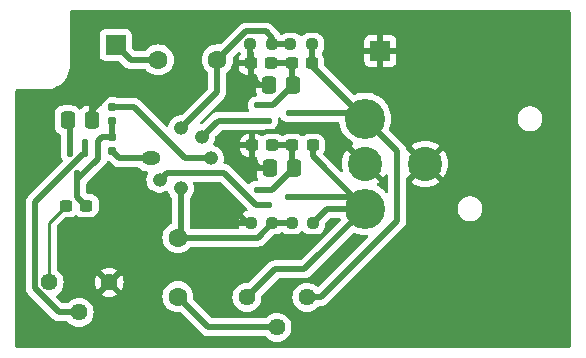
<source format=gbr>
%TF.GenerationSoftware,KiCad,Pcbnew,8.0.5*%
%TF.CreationDate,2024-10-12T09:39:10-04:00*%
%TF.ProjectId,preamp,70726561-6d70-42e6-9b69-6361645f7063,rev?*%
%TF.SameCoordinates,Original*%
%TF.FileFunction,Copper,L1,Top*%
%TF.FilePolarity,Positive*%
%FSLAX46Y46*%
G04 Gerber Fmt 4.6, Leading zero omitted, Abs format (unit mm)*
G04 Created by KiCad (PCBNEW 8.0.5) date 2024-10-12 09:39:10*
%MOMM*%
%LPD*%
G01*
G04 APERTURE LIST*
G04 Aperture macros list*
%AMRoundRect*
0 Rectangle with rounded corners*
0 $1 Rounding radius*
0 $2 $3 $4 $5 $6 $7 $8 $9 X,Y pos of 4 corners*
0 Add a 4 corners polygon primitive as box body*
4,1,4,$2,$3,$4,$5,$6,$7,$8,$9,$2,$3,0*
0 Add four circle primitives for the rounded corners*
1,1,$1+$1,$2,$3*
1,1,$1+$1,$4,$5*
1,1,$1+$1,$6,$7*
1,1,$1+$1,$8,$9*
0 Add four rect primitives between the rounded corners*
20,1,$1+$1,$2,$3,$4,$5,0*
20,1,$1+$1,$4,$5,$6,$7,0*
20,1,$1+$1,$6,$7,$8,$9,0*
20,1,$1+$1,$8,$9,$2,$3,0*%
G04 Aperture macros list end*
%TA.AperFunction,SMDPad,CuDef*%
%ADD10RoundRect,0.112500X-0.637500X0.112500X-0.637500X-0.112500X0.637500X-0.112500X0.637500X0.112500X0*%
%TD*%
%TA.AperFunction,SMDPad,CuDef*%
%ADD11RoundRect,0.237500X0.300000X0.237500X-0.300000X0.237500X-0.300000X-0.237500X0.300000X-0.237500X0*%
%TD*%
%TA.AperFunction,ComponentPad*%
%ADD12C,1.600000*%
%TD*%
%TA.AperFunction,SMDPad,CuDef*%
%ADD13RoundRect,0.160000X-0.160000X0.197500X-0.160000X-0.197500X0.160000X-0.197500X0.160000X0.197500X0*%
%TD*%
%TA.AperFunction,SMDPad,CuDef*%
%ADD14RoundRect,0.237500X0.250000X0.237500X-0.250000X0.237500X-0.250000X-0.237500X0.250000X-0.237500X0*%
%TD*%
%TA.AperFunction,ComponentPad*%
%ADD15C,3.400000*%
%TD*%
%TA.AperFunction,ComponentPad*%
%ADD16C,2.900000*%
%TD*%
%TA.AperFunction,ComponentPad*%
%ADD17R,1.700000X1.700000*%
%TD*%
%TA.AperFunction,ComponentPad*%
%ADD18C,1.440000*%
%TD*%
%TA.AperFunction,SMDPad,CuDef*%
%ADD19RoundRect,0.160000X0.160000X-0.197500X0.160000X0.197500X-0.160000X0.197500X-0.160000X-0.197500X0*%
%TD*%
%TA.AperFunction,SMDPad,CuDef*%
%ADD20RoundRect,0.250000X0.337500X0.475000X-0.337500X0.475000X-0.337500X-0.475000X0.337500X-0.475000X0*%
%TD*%
%TA.AperFunction,SMDPad,CuDef*%
%ADD21RoundRect,0.112500X0.112500X0.637500X-0.112500X0.637500X-0.112500X-0.637500X0.112500X-0.637500X0*%
%TD*%
%TA.AperFunction,ComponentPad*%
%ADD22O,1.600000X1.200000*%
%TD*%
%TA.AperFunction,ComponentPad*%
%ADD23O,1.200000X1.200000*%
%TD*%
%TA.AperFunction,SMDPad,CuDef*%
%ADD24RoundRect,0.250000X-0.337500X-0.475000X0.337500X-0.475000X0.337500X0.475000X-0.337500X0.475000X0*%
%TD*%
%TA.AperFunction,ViaPad*%
%ADD25C,0.800000*%
%TD*%
%TA.AperFunction,Conductor*%
%ADD26C,0.500000*%
%TD*%
%TA.AperFunction,Conductor*%
%ADD27C,0.250000*%
%TD*%
G04 APERTURE END LIST*
D10*
%TO.P,Q4,1,B*%
%TO.N,Net-(Q4-B)*%
X112070000Y-79450000D03*
%TO.P,Q4,2,E*%
%TO.N,Net-(Q2B-D2)*%
X112070000Y-80750000D03*
%TO.P,Q4,3,C*%
%TO.N,/out-*%
X114730000Y-80100000D03*
%TD*%
D11*
%TO.P,R2,1*%
%TO.N,/out+*%
X116262500Y-82850000D03*
%TO.P,R2,2*%
%TO.N,Net-(Q1-B)*%
X114537500Y-82850000D03*
%TD*%
D12*
%TO.P,C4,1*%
%TO.N,Net-(Q2B-G2)*%
X108200000Y-75600000D03*
%TO.P,C4,2*%
%TO.N,Net-(C4-Pad2)*%
X103200000Y-75600000D03*
%TD*%
D13*
%TO.P,R7,1*%
%TO.N,Net-(Q2B-S2)*%
X99250000Y-79605000D03*
%TO.P,R7,2*%
%TO.N,Net-(Q3-C)*%
X99250000Y-80800000D03*
%TD*%
D14*
%TO.P,R4,1*%
%TO.N,Net-(Q2A-G1)*%
X112862500Y-89400000D03*
%TO.P,R4,2*%
%TO.N,GND*%
X111037500Y-89400000D03*
%TD*%
D15*
%TO.P,J1,1*%
%TO.N,/out+*%
X120700000Y-88210000D03*
%TO.P,J1,2*%
%TO.N,/out-*%
X120700000Y-80590000D03*
D16*
%TO.P,J1,3*%
%TO.N,GND*%
X120700000Y-84400000D03*
%TO.P,J1,G*%
X125780000Y-84400000D03*
%TD*%
D17*
%TO.P,TP2,1,1*%
%TO.N,Net-(C4-Pad2)*%
X99600000Y-74350000D03*
%TD*%
D18*
%TO.P,RV2,1,1*%
%TO.N,/out+*%
X110700000Y-95700000D03*
%TO.P,RV2,2,2*%
%TO.N,Net-(C2-Pad1)*%
X113240000Y-98240000D03*
%TO.P,RV2,3,3*%
%TO.N,/out-*%
X115780000Y-95700000D03*
%TD*%
D10*
%TO.P,Q1,1,B*%
%TO.N,Net-(Q1-B)*%
X112020000Y-86600000D03*
%TO.P,Q1,2,E*%
%TO.N,Net-(Q1-E)*%
X112020000Y-87900000D03*
%TO.P,Q1,3,C*%
%TO.N,/out+*%
X114680000Y-87250000D03*
%TD*%
D19*
%TO.P,R5,1*%
%TO.N,Net-(Q2A-S1)*%
X99250000Y-83297500D03*
%TO.P,R5,2*%
%TO.N,Net-(Q3-C)*%
X99250000Y-82102500D03*
%TD*%
D20*
%TO.P,C5,1*%
%TO.N,Net-(Q4-B)*%
X114637500Y-77700000D03*
%TO.P,C5,2*%
%TO.N,GND*%
X112562500Y-77700000D03*
%TD*%
D12*
%TO.P,C2,1*%
%TO.N,Net-(C2-Pad1)*%
X104850000Y-95650000D03*
%TO.P,C2,2*%
%TO.N,Net-(Q2A-G1)*%
X104850000Y-90650000D03*
%TD*%
D20*
%TO.P,C1,1*%
%TO.N,Net-(Q1-B)*%
X114687500Y-84750000D03*
%TO.P,C1,2*%
%TO.N,GND*%
X112612500Y-84750000D03*
%TD*%
D21*
%TO.P,Q3,1,B*%
%TO.N,Net-(Q3-B)*%
X97000000Y-83070000D03*
%TO.P,Q3,2,E*%
%TO.N,Net-(Q3-E)*%
X95700000Y-83070000D03*
%TO.P,Q3,3,C*%
%TO.N,Net-(Q3-C)*%
X96350000Y-85730000D03*
%TD*%
D22*
%TO.P,Q2,1,S1*%
%TO.N,Net-(Q2A-S1)*%
X102560000Y-83950000D03*
D23*
%TO.P,Q2,2,D1*%
%TO.N,Net-(Q1-E)*%
X103303949Y-85746051D03*
%TO.P,Q2,3,G1*%
%TO.N,Net-(Q2A-G1)*%
X105100000Y-86490000D03*
%TO.P,Q2,4,S2*%
%TO.N,Net-(Q2B-S2)*%
X107640000Y-83950000D03*
%TO.P,Q2,5,D2*%
%TO.N,Net-(Q2B-D2)*%
X106896051Y-82153949D03*
%TO.P,Q2,6,G2*%
%TO.N,Net-(Q2B-G2)*%
X105100000Y-81410000D03*
%TD*%
D11*
%TO.P,R6,1*%
%TO.N,Net-(Q3-C)*%
X97112500Y-87950000D03*
%TO.P,R6,2*%
%TO.N,Net-(R6-Pad2)*%
X95387500Y-87950000D03*
%TD*%
%TO.P,R11,1*%
%TO.N,/out-*%
X116200000Y-75900000D03*
%TO.P,R11,2*%
%TO.N,Net-(Q4-B)*%
X114475000Y-75900000D03*
%TD*%
D14*
%TO.P,R3,1*%
%TO.N,/out+*%
X116312500Y-89400000D03*
%TO.P,R3,2*%
%TO.N,Net-(Q2A-G1)*%
X114487500Y-89400000D03*
%TD*%
%TO.P,R10,1*%
%TO.N,Net-(Q2B-G2)*%
X112812500Y-74300000D03*
%TO.P,R10,2*%
%TO.N,GND*%
X110987500Y-74300000D03*
%TD*%
D17*
%TO.P,TP1,1,1*%
%TO.N,GND*%
X122000000Y-74850000D03*
%TD*%
D11*
%TO.P,R1,1*%
%TO.N,Net-(Q1-B)*%
X112862500Y-82850000D03*
%TO.P,R1,2*%
%TO.N,GND*%
X111137500Y-82850000D03*
%TD*%
D14*
%TO.P,R9,1*%
%TO.N,/out-*%
X116212500Y-74300000D03*
%TO.P,R9,2*%
%TO.N,Net-(Q2B-G2)*%
X114387500Y-74300000D03*
%TD*%
D11*
%TO.P,R12,1*%
%TO.N,Net-(Q4-B)*%
X112762500Y-75900000D03*
%TO.P,R12,2*%
%TO.N,GND*%
X111037500Y-75900000D03*
%TD*%
D18*
%TO.P,RV1,1,1*%
%TO.N,Net-(R6-Pad2)*%
X93950000Y-94450000D03*
%TO.P,RV1,2,2*%
%TO.N,Net-(Q3-B)*%
X96490000Y-96990000D03*
%TO.P,RV1,3,3*%
%TO.N,GND*%
X99030000Y-94450000D03*
%TD*%
D24*
%TO.P,R8,1*%
%TO.N,Net-(Q3-E)*%
X95512500Y-80700000D03*
%TO.P,R8,2*%
%TO.N,GND*%
X97587500Y-80700000D03*
%TD*%
D25*
%TO.N,GND*%
X111200000Y-77150000D03*
X99350000Y-78100000D03*
X111200000Y-84200000D03*
X109623922Y-88273922D03*
%TD*%
D26*
%TO.N,Net-(Q1-B)*%
X112837500Y-86600000D02*
X112020000Y-86600000D01*
X112862500Y-82850000D02*
X114537500Y-82850000D01*
X114687500Y-84750000D02*
X112837500Y-86600000D01*
X114537500Y-84600000D02*
X114687500Y-84750000D01*
X114537500Y-82850000D02*
X114537500Y-84600000D01*
%TO.N,Net-(Q2A-G1)*%
X111612500Y-90650000D02*
X112862500Y-89400000D01*
X105100000Y-86490000D02*
X105100000Y-90400000D01*
X105100000Y-90400000D02*
X104850000Y-90650000D01*
X104850000Y-90650000D02*
X111612500Y-90650000D01*
X112862500Y-89400000D02*
X114487500Y-89400000D01*
%TO.N,Net-(C2-Pad1)*%
X107440000Y-98240000D02*
X104850000Y-95650000D01*
X113240000Y-98240000D02*
X107440000Y-98240000D01*
%TO.N,GND*%
X110750000Y-89400000D02*
X109623922Y-88273922D01*
D27*
X112862500Y-84500000D02*
X112612500Y-84750000D01*
D26*
X110987500Y-74300000D02*
X110987500Y-75850000D01*
X111037500Y-89400000D02*
X110750000Y-89400000D01*
X111137500Y-82850000D02*
X111137500Y-84137500D01*
X112612500Y-84750000D02*
X111750000Y-84750000D01*
X111037500Y-76987500D02*
X111200000Y-77150000D01*
X110987500Y-75850000D02*
X111037500Y-75900000D01*
X112562500Y-77700000D02*
X111750000Y-77700000D01*
X111750000Y-77700000D02*
X111200000Y-77150000D01*
X97587500Y-79862500D02*
X99350000Y-78100000D01*
X111137500Y-84137500D02*
X111200000Y-84200000D01*
X111750000Y-84750000D02*
X111200000Y-84200000D01*
X97587500Y-80700000D02*
X97587500Y-79862500D01*
X111037500Y-75900000D02*
X111037500Y-76987500D01*
%TO.N,Net-(Q3-B)*%
X96805000Y-83595000D02*
X92725000Y-87675000D01*
X94790000Y-96990000D02*
X96490000Y-96990000D01*
X97000000Y-83595000D02*
X96805000Y-83595000D01*
X97000000Y-83070000D02*
X97000000Y-83595000D01*
X92725000Y-87675000D02*
X92725000Y-94925000D01*
X92725000Y-94925000D02*
X94790000Y-96990000D01*
%TO.N,Net-(Q2B-G2)*%
X108200000Y-75600000D02*
X110600000Y-73200000D01*
X114387500Y-74300000D02*
X112812500Y-74300000D01*
X108200000Y-78310000D02*
X105100000Y-81410000D01*
X110600000Y-73200000D02*
X112300000Y-73200000D01*
X108200000Y-75600000D02*
X108200000Y-78310000D01*
X112812500Y-73712500D02*
X112812500Y-74300000D01*
X112300000Y-73200000D02*
X112812500Y-73712500D01*
%TO.N,Net-(C4-Pad2)*%
X103200000Y-75600000D02*
X100850000Y-75600000D01*
X100850000Y-75600000D02*
X99600000Y-74350000D01*
%TO.N,Net-(Q4-B)*%
X114475000Y-75900000D02*
X114475000Y-77537500D01*
X112762500Y-75900000D02*
X114475000Y-75900000D01*
X112887500Y-79450000D02*
X112070000Y-79450000D01*
X114475000Y-77537500D02*
X114637500Y-77700000D01*
X114637500Y-77700000D02*
X112887500Y-79450000D01*
%TO.N,/out+*%
X113050000Y-93350000D02*
X110700000Y-95700000D01*
X117502500Y-88210000D02*
X116312500Y-89400000D01*
X120700000Y-88210000D02*
X117502500Y-88210000D01*
X120700000Y-88210000D02*
X115560000Y-93350000D01*
X115560000Y-93350000D02*
X113050000Y-93350000D01*
X119740000Y-87250000D02*
X120700000Y-88210000D01*
X120700000Y-88210000D02*
X116262500Y-83772500D01*
X116262500Y-83772500D02*
X116262500Y-82850000D01*
X114680000Y-87250000D02*
X119740000Y-87250000D01*
%TO.N,/out-*%
X123400000Y-83290000D02*
X120700000Y-80590000D01*
X116200000Y-76090000D02*
X116200000Y-75900000D01*
X116212500Y-76102500D02*
X116212500Y-74300000D01*
X120700000Y-80590000D02*
X116200000Y-76090000D01*
X120210000Y-80100000D02*
X120700000Y-80590000D01*
X123400000Y-89243526D02*
X123400000Y-83290000D01*
X115780000Y-95700000D02*
X116943526Y-95700000D01*
X114730000Y-80100000D02*
X120210000Y-80100000D01*
X120700000Y-80590000D02*
X116212500Y-76102500D01*
X116943526Y-95700000D02*
X123400000Y-89243526D01*
%TO.N,Net-(Q1-E)*%
X103303949Y-85746051D02*
X103903949Y-85146051D01*
D27*
X111495000Y-87900000D02*
X111047500Y-87452500D01*
D26*
X112020000Y-87900000D02*
X111495000Y-87900000D01*
X103903949Y-85146051D02*
X108741051Y-85146051D01*
X108741051Y-85146051D02*
X110747500Y-87152500D01*
X111495000Y-87900000D02*
X110747500Y-87152500D01*
X110747500Y-87152500D02*
X111047500Y-87452500D01*
%TO.N,Net-(Q2B-S2)*%
X107640000Y-83950000D02*
X105450000Y-83950000D01*
X105450000Y-83950000D02*
X101105000Y-79605000D01*
X101105000Y-79605000D02*
X99250000Y-79605000D01*
%TO.N,Net-(Q2B-D2)*%
X106896051Y-82153949D02*
X107825000Y-81225000D01*
D27*
X108300000Y-80750000D02*
X108200000Y-80850000D01*
D26*
X107825000Y-81225000D02*
X108200000Y-80850000D01*
X108300000Y-80750000D02*
X107825000Y-81225000D01*
X112070000Y-80750000D02*
X108300000Y-80750000D01*
%TO.N,Net-(Q2A-S1)*%
X99250000Y-83297500D02*
X99902500Y-83950000D01*
X99902500Y-83950000D02*
X102560000Y-83950000D01*
%TO.N,Net-(Q3-E)*%
X95700000Y-80887500D02*
X95512500Y-80700000D01*
X95700000Y-83070000D02*
X95700000Y-80887500D01*
%TO.N,Net-(Q3-C)*%
X96350000Y-85730000D02*
X96350000Y-87187500D01*
X96350000Y-85730000D02*
X98100000Y-83980000D01*
X97112500Y-87950000D02*
X96350000Y-87187500D01*
X99250000Y-82102500D02*
X98447500Y-82102500D01*
X99250000Y-80800000D02*
X99250000Y-82102500D01*
X98100000Y-82450000D02*
X98447500Y-82102500D01*
X98100000Y-83980000D02*
X98100000Y-82450000D01*
D27*
%TO.N,Net-(R6-Pad2)*%
X93950000Y-89387500D02*
X93950000Y-94450000D01*
X95387500Y-87950000D02*
X93950000Y-89387500D01*
%TD*%
%TA.AperFunction,Conductor*%
%TO.N,GND*%
G36*
X108442547Y-85924236D02*
G01*
X108463189Y-85940870D01*
X110743431Y-88221112D01*
X110776916Y-88282435D01*
X110771932Y-88352127D01*
X110730060Y-88408060D01*
X110668354Y-88432151D01*
X110637347Y-88435319D01*
X110473699Y-88489546D01*
X110473688Y-88489551D01*
X110326965Y-88580052D01*
X110326961Y-88580055D01*
X110205055Y-88701961D01*
X110205052Y-88701965D01*
X110114551Y-88848688D01*
X110114546Y-88848699D01*
X110060319Y-89012347D01*
X110050000Y-89113345D01*
X110050000Y-89150000D01*
X111163500Y-89150000D01*
X111230539Y-89169685D01*
X111276294Y-89222489D01*
X111287500Y-89274000D01*
X111287500Y-89526000D01*
X111267815Y-89593039D01*
X111215011Y-89638794D01*
X111163500Y-89650000D01*
X110050001Y-89650000D01*
X110050001Y-89686656D01*
X110056973Y-89754899D01*
X110044203Y-89823591D01*
X109996322Y-89874476D01*
X109933615Y-89891500D01*
X105982500Y-89891500D01*
X105915461Y-89871815D01*
X105869706Y-89819011D01*
X105858500Y-89767500D01*
X105858500Y-87353268D01*
X105878185Y-87286229D01*
X105898960Y-87261633D01*
X105922701Y-87239991D01*
X106046503Y-87076050D01*
X106138074Y-86892152D01*
X106194294Y-86694559D01*
X106213249Y-86490000D01*
X106194294Y-86285441D01*
X106138074Y-86087848D01*
X106136069Y-86083822D01*
X106123807Y-86015041D01*
X106150679Y-85950545D01*
X106208153Y-85910816D01*
X106247069Y-85904551D01*
X108375508Y-85904551D01*
X108442547Y-85924236D01*
G37*
%TD.AperFunction*%
%TA.AperFunction,Conductor*%
G36*
X122244396Y-85590843D02*
G01*
X122244396Y-85590842D01*
X122344637Y-85456940D01*
X122408668Y-85339676D01*
X122458073Y-85290270D01*
X122526346Y-85275418D01*
X122591810Y-85299835D01*
X122633682Y-85355768D01*
X122641500Y-85399102D01*
X122641500Y-86744862D01*
X122621815Y-86811901D01*
X122569011Y-86857656D01*
X122499853Y-86867600D01*
X122436297Y-86838575D01*
X122424273Y-86826622D01*
X122264996Y-86645004D01*
X122118466Y-86516500D01*
X122047335Y-86454119D01*
X122047331Y-86454116D01*
X122047329Y-86454114D01*
X121806621Y-86293279D01*
X121755404Y-86268022D01*
X121703985Y-86220717D01*
X121686303Y-86153122D01*
X121707973Y-86086697D01*
X121750824Y-86047976D01*
X121756945Y-86044633D01*
X121890842Y-85944396D01*
X121890843Y-85944396D01*
X120911059Y-84964612D01*
X120931591Y-84959111D01*
X121068408Y-84880119D01*
X121180119Y-84768408D01*
X121259111Y-84631591D01*
X121264612Y-84611059D01*
X122244396Y-85590843D01*
G37*
%TD.AperFunction*%
%TA.AperFunction,Conductor*%
G36*
X113533703Y-80500141D02*
G01*
X113559230Y-80530731D01*
X113584195Y-80572943D01*
X113597912Y-80596138D01*
X113597918Y-80596146D01*
X113708853Y-80707081D01*
X113708857Y-80707084D01*
X113708859Y-80707086D01*
X113843911Y-80786956D01*
X113883644Y-80798499D01*
X113994577Y-80830729D01*
X113994580Y-80830729D01*
X113994582Y-80830730D01*
X114029780Y-80833500D01*
X114517401Y-80833500D01*
X114541591Y-80835882D01*
X114563526Y-80840246D01*
X114655291Y-80858500D01*
X114655294Y-80858500D01*
X118399877Y-80858500D01*
X118466916Y-80878185D01*
X118512671Y-80930989D01*
X118521494Y-80958309D01*
X118553434Y-81118886D01*
X118562174Y-81162822D01*
X118562177Y-81162836D01*
X118655232Y-81436965D01*
X118655241Y-81436986D01*
X118783279Y-81696621D01*
X118944114Y-81937329D01*
X118944116Y-81937331D01*
X118944119Y-81937335D01*
X119135004Y-82154996D01*
X119352665Y-82345881D01*
X119352668Y-82345883D01*
X119352670Y-82345885D01*
X119593375Y-82506718D01*
X119593376Y-82506718D01*
X119593380Y-82506721D01*
X119644596Y-82531977D01*
X119696014Y-82579281D01*
X119713696Y-82646877D01*
X119692027Y-82713301D01*
X119649188Y-82752016D01*
X119643062Y-82755361D01*
X119643054Y-82755366D01*
X119509156Y-82855601D01*
X119509155Y-82855602D01*
X120488940Y-83835387D01*
X120468409Y-83840889D01*
X120331592Y-83919881D01*
X120219881Y-84031592D01*
X120140889Y-84168409D01*
X120135387Y-84188940D01*
X119155602Y-83209155D01*
X119155601Y-83209156D01*
X119055366Y-83343054D01*
X119055361Y-83343061D01*
X118921689Y-83587865D01*
X118824207Y-83849225D01*
X118764919Y-84121769D01*
X118764918Y-84121776D01*
X118745019Y-84399998D01*
X118745019Y-84400001D01*
X118764918Y-84678223D01*
X118764919Y-84678230D01*
X118820833Y-84935266D01*
X118815849Y-85004958D01*
X118773977Y-85060891D01*
X118708513Y-85085308D01*
X118640240Y-85070456D01*
X118611986Y-85049305D01*
X117207394Y-83644713D01*
X117173909Y-83583390D01*
X117178893Y-83513698D01*
X117189534Y-83491939D01*
X117243209Y-83404920D01*
X117298062Y-83239381D01*
X117308500Y-83137213D01*
X117308499Y-82562788D01*
X117298062Y-82460619D01*
X117243209Y-82295080D01*
X117243205Y-82295074D01*
X117243204Y-82295071D01*
X117151660Y-82146657D01*
X117151657Y-82146653D01*
X117028346Y-82023342D01*
X117028342Y-82023339D01*
X116879928Y-81931795D01*
X116879922Y-81931792D01*
X116879920Y-81931791D01*
X116773972Y-81896684D01*
X116714382Y-81876938D01*
X116612214Y-81866500D01*
X115912794Y-81866500D01*
X115912778Y-81866501D01*
X115810617Y-81876938D01*
X115645082Y-81931790D01*
X115645071Y-81931795D01*
X115496657Y-82023339D01*
X115496653Y-82023342D01*
X115487681Y-82032315D01*
X115426358Y-82065800D01*
X115356666Y-82060816D01*
X115312319Y-82032315D01*
X115303346Y-82023342D01*
X115303342Y-82023339D01*
X115154928Y-81931795D01*
X115154922Y-81931792D01*
X115154920Y-81931791D01*
X115048972Y-81896684D01*
X114989382Y-81876938D01*
X114887214Y-81866500D01*
X114187794Y-81866500D01*
X114187778Y-81866501D01*
X114085617Y-81876938D01*
X113920082Y-81931790D01*
X113920071Y-81931795D01*
X113765507Y-82027133D01*
X113763857Y-82024458D01*
X113712079Y-82045329D01*
X113643441Y-82032269D01*
X113634764Y-82026692D01*
X113634493Y-82027133D01*
X113479928Y-81931795D01*
X113479922Y-81931792D01*
X113479920Y-81931791D01*
X113373972Y-81896684D01*
X113314382Y-81876938D01*
X113212214Y-81866500D01*
X112512794Y-81866500D01*
X112512778Y-81866501D01*
X112410617Y-81876938D01*
X112245082Y-81931790D01*
X112245071Y-81931795D01*
X112096657Y-82023339D01*
X112096652Y-82023343D01*
X112081668Y-82038327D01*
X112020344Y-82071811D01*
X111950653Y-82066825D01*
X111906308Y-82038325D01*
X111898038Y-82030055D01*
X111898034Y-82030052D01*
X111751311Y-81939551D01*
X111751300Y-81939546D01*
X111587652Y-81885319D01*
X111486654Y-81875000D01*
X111387500Y-81875000D01*
X111387500Y-83824999D01*
X111462291Y-83824999D01*
X111529330Y-83844684D01*
X111575085Y-83897488D01*
X111585029Y-83966646D01*
X111579997Y-83988003D01*
X111535494Y-84122302D01*
X111535493Y-84122309D01*
X111525000Y-84225013D01*
X111525000Y-84500000D01*
X112738500Y-84500000D01*
X112805539Y-84519685D01*
X112851294Y-84572489D01*
X112862500Y-84624000D01*
X112862500Y-84876000D01*
X112842815Y-84943039D01*
X112790011Y-84988794D01*
X112738500Y-85000000D01*
X111525001Y-85000000D01*
X111525001Y-85274986D01*
X111535494Y-85377697D01*
X111590641Y-85544119D01*
X111590643Y-85544124D01*
X111672851Y-85677403D01*
X111691291Y-85744796D01*
X111670368Y-85811459D01*
X111616727Y-85856229D01*
X111567312Y-85866500D01*
X111319772Y-85866500D01*
X111284583Y-85869269D01*
X111284577Y-85869270D01*
X111133915Y-85913042D01*
X111133912Y-85913043D01*
X110998862Y-85992911D01*
X110998857Y-85992915D01*
X110917407Y-86074365D01*
X110856083Y-86107849D01*
X110786392Y-86102865D01*
X110742045Y-86074364D01*
X109224569Y-84556887D01*
X109224568Y-84556886D01*
X109139431Y-84500000D01*
X109100335Y-84473877D01*
X108962298Y-84416700D01*
X108962290Y-84416698D01*
X108831663Y-84390715D01*
X108831661Y-84390714D01*
X108815757Y-84387551D01*
X108809780Y-84386362D01*
X108810229Y-84384103D01*
X108754942Y-84361755D01*
X108714605Y-84304705D01*
X108711515Y-84234903D01*
X108712630Y-84230698D01*
X108734294Y-84154559D01*
X108753249Y-83950000D01*
X108743138Y-83840889D01*
X108734294Y-83745441D01*
X108734293Y-83745439D01*
X108716012Y-83681189D01*
X108678074Y-83547848D01*
X108678069Y-83547837D01*
X108586506Y-83363955D01*
X108586501Y-83363947D01*
X108462699Y-83200006D01*
X108393204Y-83136654D01*
X110100001Y-83136654D01*
X110110319Y-83237652D01*
X110164546Y-83401300D01*
X110164551Y-83401311D01*
X110255052Y-83548034D01*
X110255055Y-83548038D01*
X110376961Y-83669944D01*
X110376965Y-83669947D01*
X110523688Y-83760448D01*
X110523699Y-83760453D01*
X110687347Y-83814680D01*
X110788351Y-83824999D01*
X110887500Y-83824998D01*
X110887500Y-83100000D01*
X110100001Y-83100000D01*
X110100001Y-83136654D01*
X108393204Y-83136654D01*
X108310883Y-83061609D01*
X108310882Y-83061608D01*
X108136218Y-82953460D01*
X107944655Y-82879249D01*
X107944653Y-82879248D01*
X107944649Y-82879247D01*
X107939148Y-82877682D01*
X107939818Y-82875325D01*
X107886926Y-82848422D01*
X107851662Y-82788104D01*
X107854607Y-82718296D01*
X107861006Y-82702942D01*
X107861272Y-82702409D01*
X107930518Y-82563345D01*
X110100000Y-82563345D01*
X110100000Y-82600000D01*
X110887500Y-82600000D01*
X110887500Y-81874999D01*
X110788360Y-81875000D01*
X110788344Y-81875001D01*
X110687347Y-81885319D01*
X110523699Y-81939546D01*
X110523688Y-81939551D01*
X110376965Y-82030052D01*
X110376961Y-82030055D01*
X110255055Y-82151961D01*
X110255052Y-82151965D01*
X110164551Y-82298688D01*
X110164546Y-82298699D01*
X110110319Y-82462347D01*
X110100000Y-82563345D01*
X107930518Y-82563345D01*
X107934125Y-82556101D01*
X107990345Y-82358508D01*
X108009300Y-82153949D01*
X108009299Y-82153947D01*
X108009312Y-82153817D01*
X108035098Y-82088880D01*
X108045093Y-82077586D01*
X108414165Y-81708516D01*
X108414166Y-81708515D01*
X108577862Y-81544819D01*
X108639185Y-81511334D01*
X108665543Y-81508500D01*
X112144708Y-81508500D01*
X112220716Y-81493380D01*
X112258408Y-81485882D01*
X112282599Y-81483500D01*
X112770212Y-81483500D01*
X112770220Y-81483500D01*
X112805418Y-81480730D01*
X112805420Y-81480729D01*
X112805422Y-81480729D01*
X112902314Y-81452579D01*
X112956089Y-81436956D01*
X113091141Y-81357086D01*
X113202086Y-81246141D01*
X113281956Y-81111089D01*
X113325730Y-80960418D01*
X113328500Y-80925220D01*
X113328500Y-80593854D01*
X113348185Y-80526815D01*
X113400989Y-80481060D01*
X113470147Y-80471116D01*
X113533703Y-80500141D01*
G37*
%TD.AperFunction*%
%TA.AperFunction,Conductor*%
G36*
X111180539Y-74069685D02*
G01*
X111226294Y-74122489D01*
X111237500Y-74174000D01*
X111237500Y-74882000D01*
X111251181Y-74895681D01*
X111284666Y-74957004D01*
X111287500Y-74983362D01*
X111287500Y-76874999D01*
X111379155Y-76874999D01*
X111446194Y-76894684D01*
X111491949Y-76947488D01*
X111501893Y-77016646D01*
X111496861Y-77038004D01*
X111485494Y-77072305D01*
X111485493Y-77072309D01*
X111475000Y-77175013D01*
X111475000Y-77450000D01*
X112688500Y-77450000D01*
X112755539Y-77469685D01*
X112801294Y-77522489D01*
X112812500Y-77574000D01*
X112812500Y-77826000D01*
X112792815Y-77893039D01*
X112740011Y-77938794D01*
X112688500Y-77950000D01*
X111475001Y-77950000D01*
X111475001Y-78224986D01*
X111485494Y-78327697D01*
X111540641Y-78494119D01*
X111540645Y-78494128D01*
X111561170Y-78527404D01*
X111579610Y-78594796D01*
X111558687Y-78661460D01*
X111505045Y-78706229D01*
X111455631Y-78716500D01*
X111369772Y-78716500D01*
X111334583Y-78719269D01*
X111334577Y-78719270D01*
X111183915Y-78763042D01*
X111183912Y-78763043D01*
X111048862Y-78842911D01*
X111048853Y-78842918D01*
X110937918Y-78953853D01*
X110937911Y-78953862D01*
X110858043Y-79088912D01*
X110858042Y-79088915D01*
X110814270Y-79239577D01*
X110814269Y-79239583D01*
X110811500Y-79274772D01*
X110811500Y-79625227D01*
X110814269Y-79660416D01*
X110814270Y-79660422D01*
X110858042Y-79811084D01*
X110861141Y-79818245D01*
X110857833Y-79819676D01*
X110871285Y-79871316D01*
X110849547Y-79937718D01*
X110795360Y-79981826D01*
X110747344Y-79991500D01*
X108225290Y-79991500D01*
X108152024Y-80006074D01*
X108078759Y-80020646D01*
X108078754Y-80020648D01*
X108034052Y-80039165D01*
X107940718Y-80077824D01*
X107940709Y-80077829D01*
X107865887Y-80127825D01*
X107816481Y-80160836D01*
X107816478Y-80160839D01*
X107341484Y-80635835D01*
X106968189Y-81009130D01*
X106906866Y-81042615D01*
X106880508Y-81045449D01*
X106836593Y-81045449D01*
X106769554Y-81025764D01*
X106723799Y-80972960D01*
X106713855Y-80903802D01*
X106742880Y-80840246D01*
X106748912Y-80833768D01*
X107636540Y-79946141D01*
X108789166Y-78793515D01*
X108872174Y-78669285D01*
X108929351Y-78531247D01*
X108958500Y-78384705D01*
X108958500Y-78235295D01*
X108958500Y-76730825D01*
X108978185Y-76663786D01*
X109011375Y-76629251D01*
X109044300Y-76606198D01*
X109206198Y-76444300D01*
X109337523Y-76256749D01*
X109370209Y-76186654D01*
X110000001Y-76186654D01*
X110010319Y-76287652D01*
X110064546Y-76451300D01*
X110064551Y-76451311D01*
X110155052Y-76598034D01*
X110155055Y-76598038D01*
X110276961Y-76719944D01*
X110276965Y-76719947D01*
X110423688Y-76810448D01*
X110423699Y-76810453D01*
X110587347Y-76864680D01*
X110688351Y-76874999D01*
X110787500Y-76874998D01*
X110787500Y-76150000D01*
X110000001Y-76150000D01*
X110000001Y-76186654D01*
X109370209Y-76186654D01*
X109434284Y-76049243D01*
X109493543Y-75828087D01*
X109510647Y-75632583D01*
X109513498Y-75600001D01*
X109513498Y-75599999D01*
X109500042Y-75446204D01*
X109499163Y-75436156D01*
X109512929Y-75367658D01*
X109535007Y-75337672D01*
X109937191Y-74935489D01*
X109998509Y-74902007D01*
X110068200Y-74906991D01*
X110124134Y-74948862D01*
X110130405Y-74958075D01*
X110155054Y-74998037D01*
X110169336Y-75012319D01*
X110202821Y-75073642D01*
X110197837Y-75143334D01*
X110169336Y-75187681D01*
X110155055Y-75201961D01*
X110155052Y-75201965D01*
X110064551Y-75348688D01*
X110064546Y-75348699D01*
X110010319Y-75512347D01*
X110000000Y-75613345D01*
X110000000Y-75650000D01*
X110787500Y-75650000D01*
X110787500Y-75318000D01*
X110773819Y-75304319D01*
X110740334Y-75242996D01*
X110737500Y-75216638D01*
X110737500Y-74186543D01*
X110757185Y-74119504D01*
X110773818Y-74098862D01*
X110786366Y-74086315D01*
X110847691Y-74052833D01*
X110874044Y-74050000D01*
X111113500Y-74050000D01*
X111180539Y-74069685D01*
G37*
%TD.AperFunction*%
%TA.AperFunction,Conductor*%
G36*
X138043039Y-71419685D02*
G01*
X138088794Y-71472489D01*
X138100000Y-71524000D01*
X138100000Y-99876000D01*
X138080315Y-99943039D01*
X138027511Y-99988794D01*
X137976000Y-100000000D01*
X91224000Y-100000000D01*
X91156961Y-99980315D01*
X91111206Y-99927511D01*
X91100000Y-99876000D01*
X91100000Y-87600290D01*
X91966500Y-87600290D01*
X91966500Y-94999705D01*
X91972354Y-95029133D01*
X91972354Y-95029136D01*
X91995647Y-95146239D01*
X91995649Y-95146247D01*
X92052825Y-95284282D01*
X92135835Y-95408517D01*
X94306482Y-97579164D01*
X94306485Y-97579166D01*
X94430716Y-97662174D01*
X94568753Y-97719351D01*
X94594106Y-97724393D01*
X94641970Y-97733915D01*
X94641997Y-97733919D01*
X94642024Y-97733925D01*
X94715294Y-97748500D01*
X94715295Y-97748500D01*
X94864705Y-97748500D01*
X95459776Y-97748500D01*
X95526815Y-97768185D01*
X95547452Y-97784814D01*
X95697318Y-97934680D01*
X95697320Y-97934682D01*
X95873398Y-98057973D01*
X95873400Y-98057974D01*
X95873403Y-98057976D01*
X96068223Y-98148822D01*
X96275858Y-98204458D01*
X96428816Y-98217840D01*
X96489998Y-98223193D01*
X96490000Y-98223193D01*
X96490002Y-98223193D01*
X96543535Y-98218509D01*
X96704142Y-98204458D01*
X96911777Y-98148822D01*
X97106597Y-98057976D01*
X97282681Y-97934681D01*
X97434681Y-97782681D01*
X97557976Y-97606597D01*
X97648822Y-97411777D01*
X97704458Y-97204142D01*
X97723193Y-96990000D01*
X97722756Y-96985010D01*
X97711716Y-96858820D01*
X97704458Y-96775858D01*
X97648822Y-96568223D01*
X97557976Y-96373404D01*
X97434681Y-96197319D01*
X97434679Y-96197316D01*
X97282682Y-96045319D01*
X97106601Y-95922026D01*
X97106597Y-95922024D01*
X97085806Y-95912329D01*
X96911777Y-95831178D01*
X96911774Y-95831177D01*
X96911772Y-95831176D01*
X96704144Y-95775542D01*
X96704136Y-95775541D01*
X96490002Y-95756807D01*
X96489998Y-95756807D01*
X96275863Y-95775541D01*
X96275855Y-95775542D01*
X96068227Y-95831176D01*
X96068221Y-95831179D01*
X95873405Y-95922023D01*
X95873403Y-95922024D01*
X95697320Y-96045317D01*
X95643400Y-96099238D01*
X95547455Y-96195182D01*
X95486134Y-96228666D01*
X95459776Y-96231500D01*
X95155543Y-96231500D01*
X95088504Y-96211815D01*
X95067862Y-96195181D01*
X94567609Y-95694928D01*
X94534124Y-95633605D01*
X94539108Y-95563913D01*
X94580980Y-95507980D01*
X94584109Y-95505713D01*
X94742681Y-95394681D01*
X94894681Y-95242681D01*
X95017976Y-95066597D01*
X95108822Y-94871777D01*
X95164458Y-94664142D01*
X95183193Y-94450000D01*
X95183193Y-94449997D01*
X97805340Y-94449997D01*
X97805340Y-94450002D01*
X97823944Y-94662654D01*
X97823945Y-94662662D01*
X97879194Y-94868853D01*
X97879197Y-94868859D01*
X97969413Y-95062329D01*
X98008415Y-95118030D01*
X98630000Y-94496445D01*
X98630000Y-94502661D01*
X98657259Y-94604394D01*
X98709920Y-94695606D01*
X98784394Y-94770080D01*
X98875606Y-94822741D01*
X98977339Y-94850000D01*
X98983553Y-94850000D01*
X98361968Y-95471584D01*
X98417663Y-95510582D01*
X98417669Y-95510586D01*
X98611140Y-95600802D01*
X98611146Y-95600805D01*
X98817337Y-95656054D01*
X98817345Y-95656055D01*
X99029998Y-95674660D01*
X99030002Y-95674660D01*
X99242654Y-95656055D01*
X99242662Y-95656054D01*
X99265263Y-95649998D01*
X103536502Y-95649998D01*
X103536502Y-95650001D01*
X103556456Y-95878081D01*
X103556457Y-95878089D01*
X103615714Y-96099238D01*
X103615718Y-96099249D01*
X103677388Y-96231500D01*
X103712477Y-96306749D01*
X103843802Y-96494300D01*
X104005700Y-96656198D01*
X104193251Y-96787523D01*
X104318091Y-96845736D01*
X104400750Y-96884281D01*
X104400752Y-96884281D01*
X104400757Y-96884284D01*
X104621913Y-96943543D01*
X104784832Y-96957796D01*
X104849998Y-96963498D01*
X104850000Y-96963498D01*
X104850001Y-96963498D01*
X104868825Y-96961850D01*
X105013842Y-96949163D01*
X105082340Y-96962929D01*
X105112329Y-96985010D01*
X106850834Y-98723515D01*
X106850835Y-98723516D01*
X106956484Y-98829165D01*
X106956487Y-98829167D01*
X106956488Y-98829168D01*
X107080705Y-98912167D01*
X107080708Y-98912168D01*
X107080716Y-98912174D01*
X107080722Y-98912176D01*
X107080723Y-98912177D01*
X107161574Y-98945666D01*
X107161575Y-98945667D01*
X107185259Y-98955477D01*
X107218753Y-98969351D01*
X107244106Y-98974393D01*
X107291970Y-98983915D01*
X107291997Y-98983919D01*
X107292024Y-98983925D01*
X107365294Y-98998500D01*
X107365295Y-98998500D01*
X107514705Y-98998500D01*
X112209776Y-98998500D01*
X112276815Y-99018185D01*
X112297452Y-99034814D01*
X112447318Y-99184680D01*
X112447320Y-99184682D01*
X112623398Y-99307973D01*
X112623400Y-99307974D01*
X112623403Y-99307976D01*
X112818223Y-99398822D01*
X113025858Y-99454458D01*
X113178816Y-99467840D01*
X113239998Y-99473193D01*
X113240000Y-99473193D01*
X113240002Y-99473193D01*
X113293535Y-99468509D01*
X113454142Y-99454458D01*
X113661777Y-99398822D01*
X113856597Y-99307976D01*
X114032681Y-99184681D01*
X114184681Y-99032681D01*
X114307976Y-98856597D01*
X114398822Y-98661777D01*
X114454458Y-98454142D01*
X114473193Y-98240000D01*
X114470083Y-98204458D01*
X114457268Y-98057975D01*
X114454458Y-98025858D01*
X114398822Y-97818223D01*
X114307976Y-97623404D01*
X114184681Y-97447319D01*
X114184679Y-97447316D01*
X114032682Y-97295319D01*
X113856601Y-97172026D01*
X113856597Y-97172024D01*
X113856595Y-97172023D01*
X113661777Y-97081178D01*
X113661774Y-97081177D01*
X113661772Y-97081176D01*
X113454144Y-97025542D01*
X113454136Y-97025541D01*
X113240002Y-97006807D01*
X113239998Y-97006807D01*
X113025863Y-97025541D01*
X113025855Y-97025542D01*
X112818227Y-97081176D01*
X112818221Y-97081179D01*
X112623405Y-97172023D01*
X112623403Y-97172024D01*
X112447320Y-97295317D01*
X112372389Y-97370249D01*
X112297455Y-97445182D01*
X112236134Y-97478666D01*
X112209776Y-97481500D01*
X107805543Y-97481500D01*
X107738504Y-97461815D01*
X107717862Y-97445181D01*
X106185010Y-95912329D01*
X106151525Y-95851006D01*
X106149163Y-95813844D01*
X106163498Y-95650000D01*
X106143543Y-95421913D01*
X106084284Y-95200757D01*
X105987523Y-94993251D01*
X105856198Y-94805700D01*
X105694300Y-94643802D01*
X105506749Y-94512477D01*
X105506745Y-94512475D01*
X105299249Y-94415718D01*
X105299238Y-94415714D01*
X105078089Y-94356457D01*
X105078081Y-94356456D01*
X104850002Y-94336502D01*
X104849998Y-94336502D01*
X104621918Y-94356456D01*
X104621910Y-94356457D01*
X104400761Y-94415714D01*
X104400750Y-94415718D01*
X104193254Y-94512475D01*
X104193252Y-94512476D01*
X104193251Y-94512477D01*
X104005700Y-94643802D01*
X104005698Y-94643803D01*
X104005695Y-94643806D01*
X103843806Y-94805695D01*
X103843803Y-94805698D01*
X103843802Y-94805700D01*
X103772650Y-94907316D01*
X103712476Y-94993252D01*
X103712475Y-94993254D01*
X103615718Y-95200750D01*
X103615714Y-95200761D01*
X103556457Y-95421910D01*
X103556456Y-95421918D01*
X103536502Y-95649998D01*
X99265263Y-95649998D01*
X99448853Y-95600805D01*
X99448864Y-95600801D01*
X99642325Y-95510589D01*
X99698030Y-95471583D01*
X99076448Y-94850000D01*
X99082661Y-94850000D01*
X99184394Y-94822741D01*
X99275606Y-94770080D01*
X99350080Y-94695606D01*
X99402741Y-94604394D01*
X99430000Y-94502661D01*
X99430000Y-94496447D01*
X100051583Y-95118029D01*
X100090589Y-95062325D01*
X100180801Y-94868864D01*
X100180805Y-94868853D01*
X100236054Y-94662662D01*
X100236055Y-94662654D01*
X100254660Y-94450002D01*
X100254660Y-94449997D01*
X100236055Y-94237345D01*
X100236054Y-94237337D01*
X100180805Y-94031146D01*
X100180802Y-94031140D01*
X100090586Y-93837669D01*
X100090582Y-93837663D01*
X100051584Y-93781968D01*
X99430000Y-94403552D01*
X99430000Y-94397339D01*
X99402741Y-94295606D01*
X99350080Y-94204394D01*
X99275606Y-94129920D01*
X99184394Y-94077259D01*
X99082661Y-94050000D01*
X99076447Y-94050000D01*
X99698030Y-93428415D01*
X99642329Y-93389413D01*
X99448859Y-93299197D01*
X99448853Y-93299194D01*
X99242662Y-93243945D01*
X99242654Y-93243944D01*
X99030002Y-93225340D01*
X99029998Y-93225340D01*
X98817345Y-93243944D01*
X98817337Y-93243945D01*
X98611146Y-93299194D01*
X98611140Y-93299197D01*
X98417671Y-93389412D01*
X98417669Y-93389413D01*
X98361969Y-93428415D01*
X98361968Y-93428415D01*
X98983554Y-94050000D01*
X98977339Y-94050000D01*
X98875606Y-94077259D01*
X98784394Y-94129920D01*
X98709920Y-94204394D01*
X98657259Y-94295606D01*
X98630000Y-94397339D01*
X98630000Y-94403553D01*
X98008415Y-93781968D01*
X98008415Y-93781969D01*
X97969413Y-93837669D01*
X97969412Y-93837671D01*
X97879197Y-94031140D01*
X97879194Y-94031146D01*
X97823945Y-94237337D01*
X97823944Y-94237345D01*
X97805340Y-94449997D01*
X95183193Y-94449997D01*
X95164458Y-94235858D01*
X95108822Y-94028223D01*
X95017976Y-93833404D01*
X94894681Y-93657319D01*
X94742681Y-93505319D01*
X94683671Y-93463999D01*
X94636375Y-93430882D01*
X94592751Y-93376305D01*
X94583500Y-93329308D01*
X94583500Y-89701265D01*
X94603185Y-89634226D01*
X94619815Y-89613588D01*
X95263585Y-88969817D01*
X95324908Y-88936333D01*
X95351266Y-88933499D01*
X95737205Y-88933499D01*
X95737212Y-88933499D01*
X95839381Y-88923062D01*
X96004920Y-88868209D01*
X96153346Y-88776658D01*
X96162319Y-88767685D01*
X96223642Y-88734200D01*
X96293334Y-88739184D01*
X96337681Y-88767685D01*
X96346653Y-88776657D01*
X96346657Y-88776660D01*
X96495071Y-88868204D01*
X96495074Y-88868205D01*
X96495080Y-88868209D01*
X96660619Y-88923062D01*
X96762787Y-88933500D01*
X97462212Y-88933499D01*
X97564381Y-88923062D01*
X97729920Y-88868209D01*
X97878346Y-88776658D01*
X98001658Y-88653346D01*
X98093209Y-88504920D01*
X98148062Y-88339381D01*
X98158500Y-88237213D01*
X98158499Y-87662788D01*
X98148062Y-87560619D01*
X98093209Y-87395080D01*
X98093205Y-87395074D01*
X98093204Y-87395071D01*
X98001660Y-87246657D01*
X98001657Y-87246653D01*
X97878346Y-87123342D01*
X97878342Y-87123339D01*
X97729928Y-87031795D01*
X97729922Y-87031792D01*
X97729920Y-87031791D01*
X97729917Y-87031790D01*
X97564382Y-86976938D01*
X97462220Y-86966500D01*
X97462213Y-86966500D01*
X97253043Y-86966500D01*
X97186004Y-86946815D01*
X97165362Y-86930181D01*
X97144819Y-86909638D01*
X97111334Y-86848315D01*
X97108500Y-86821957D01*
X97108500Y-86095543D01*
X97128185Y-86028504D01*
X97144819Y-86007862D01*
X98689164Y-84463517D01*
X98689166Y-84463515D01*
X98772174Y-84339284D01*
X98818030Y-84228577D01*
X98861868Y-84174177D01*
X98928162Y-84152112D01*
X98962068Y-84156656D01*
X98962179Y-84156099D01*
X98968610Y-84157377D01*
X98968614Y-84157379D01*
X98999342Y-84160171D01*
X99064324Y-84185842D01*
X99075800Y-84195981D01*
X99313334Y-84433515D01*
X99313335Y-84433516D01*
X99418984Y-84539165D01*
X99418987Y-84539167D01*
X99418988Y-84539168D01*
X99543212Y-84622172D01*
X99543214Y-84622173D01*
X99543216Y-84622174D01*
X99615643Y-84652174D01*
X99681253Y-84679351D01*
X99706606Y-84684393D01*
X99754470Y-84693915D01*
X99754497Y-84693919D01*
X99754524Y-84693925D01*
X99827794Y-84708500D01*
X99827795Y-84708500D01*
X99977205Y-84708500D01*
X101499482Y-84708500D01*
X101566521Y-84728185D01*
X101587163Y-84744819D01*
X101637862Y-84795518D01*
X101637867Y-84795522D01*
X101748637Y-84876000D01*
X101779019Y-84898074D01*
X101852012Y-84935266D01*
X101934483Y-84977288D01*
X101934486Y-84977289D01*
X101969896Y-84988794D01*
X102100426Y-85031205D01*
X102231159Y-85051911D01*
X102294293Y-85081840D01*
X102331225Y-85141151D01*
X102330227Y-85211014D01*
X102322761Y-85229656D01*
X102265879Y-85343888D01*
X102265873Y-85343903D01*
X102209655Y-85541490D01*
X102209654Y-85541492D01*
X102190700Y-85746050D01*
X102190700Y-85746051D01*
X102209654Y-85950609D01*
X102209655Y-85950611D01*
X102265873Y-86148198D01*
X102265879Y-86148213D01*
X102357442Y-86332095D01*
X102357447Y-86332103D01*
X102481249Y-86496044D01*
X102609733Y-86613171D01*
X102633067Y-86634443D01*
X102807731Y-86742591D01*
X102999294Y-86816802D01*
X103201231Y-86854551D01*
X103201233Y-86854551D01*
X103406665Y-86854551D01*
X103406667Y-86854551D01*
X103608604Y-86816802D01*
X103800167Y-86742591D01*
X103846931Y-86713635D01*
X103914290Y-86695079D01*
X103980990Y-86715886D01*
X104025852Y-86769451D01*
X104031475Y-86785128D01*
X104061924Y-86892147D01*
X104061930Y-86892162D01*
X104153493Y-87076044D01*
X104153498Y-87076052D01*
X104189210Y-87123342D01*
X104277299Y-87239991D01*
X104301037Y-87261631D01*
X104337319Y-87321341D01*
X104341500Y-87353268D01*
X104341500Y-89364350D01*
X104321815Y-89431389D01*
X104269905Y-89476732D01*
X104193253Y-89512475D01*
X104090883Y-89584155D01*
X104005700Y-89643802D01*
X104005698Y-89643803D01*
X104005695Y-89643806D01*
X103843806Y-89805695D01*
X103843803Y-89805698D01*
X103843802Y-89805700D01*
X103783724Y-89891500D01*
X103712476Y-89993252D01*
X103712475Y-89993254D01*
X103615718Y-90200750D01*
X103615714Y-90200761D01*
X103556457Y-90421910D01*
X103556456Y-90421918D01*
X103536502Y-90649998D01*
X103536502Y-90650001D01*
X103556456Y-90878081D01*
X103556457Y-90878089D01*
X103615714Y-91099238D01*
X103615718Y-91099249D01*
X103712475Y-91306745D01*
X103712477Y-91306749D01*
X103843802Y-91494300D01*
X104005700Y-91656198D01*
X104193251Y-91787523D01*
X104318091Y-91845736D01*
X104400750Y-91884281D01*
X104400752Y-91884281D01*
X104400757Y-91884284D01*
X104621913Y-91943543D01*
X104784832Y-91957796D01*
X104849998Y-91963498D01*
X104850000Y-91963498D01*
X104850002Y-91963498D01*
X104907021Y-91958509D01*
X105078087Y-91943543D01*
X105299243Y-91884284D01*
X105506749Y-91787523D01*
X105694300Y-91656198D01*
X105856198Y-91494300D01*
X105879252Y-91461374D01*
X105933829Y-91417751D01*
X105980826Y-91408500D01*
X111687206Y-91408500D01*
X111760476Y-91393925D01*
X111760477Y-91393925D01*
X111778919Y-91390256D01*
X111833747Y-91379351D01*
X111971784Y-91322174D01*
X112096015Y-91239166D01*
X112915362Y-90419817D01*
X112976685Y-90386333D01*
X113003043Y-90383499D01*
X113162205Y-90383499D01*
X113162212Y-90383499D01*
X113264381Y-90373062D01*
X113429920Y-90318209D01*
X113578346Y-90226658D01*
X113587319Y-90217685D01*
X113648642Y-90184200D01*
X113718334Y-90189184D01*
X113762681Y-90217685D01*
X113771653Y-90226657D01*
X113771657Y-90226660D01*
X113920071Y-90318204D01*
X113920074Y-90318205D01*
X113920080Y-90318209D01*
X114085619Y-90373062D01*
X114187787Y-90383500D01*
X114787212Y-90383499D01*
X114889381Y-90373062D01*
X115054920Y-90318209D01*
X115203346Y-90226658D01*
X115312319Y-90117685D01*
X115373642Y-90084200D01*
X115443334Y-90089184D01*
X115487681Y-90117685D01*
X115596653Y-90226657D01*
X115596657Y-90226660D01*
X115745071Y-90318204D01*
X115745074Y-90318205D01*
X115745080Y-90318209D01*
X115910619Y-90373062D01*
X116012787Y-90383500D01*
X116612212Y-90383499D01*
X116714381Y-90373062D01*
X116879920Y-90318209D01*
X117028346Y-90226658D01*
X117151658Y-90103346D01*
X117243209Y-89954920D01*
X117298062Y-89789381D01*
X117308500Y-89687213D01*
X117308499Y-89528042D01*
X117328183Y-89461003D01*
X117344813Y-89440366D01*
X117780362Y-89004819D01*
X117841685Y-88971334D01*
X117868043Y-88968500D01*
X118536346Y-88968500D01*
X118603385Y-88988185D01*
X118649140Y-89040989D01*
X118653761Y-89052631D01*
X118655202Y-89056878D01*
X118655235Y-89056973D01*
X118657255Y-89061068D01*
X118669252Y-89129900D01*
X118642130Y-89194291D01*
X118633724Y-89203593D01*
X115282138Y-92555181D01*
X115220815Y-92588666D01*
X115194457Y-92591500D01*
X112975290Y-92591500D01*
X112902024Y-92606074D01*
X112828760Y-92620647D01*
X112828752Y-92620649D01*
X112690717Y-92677825D01*
X112566482Y-92760835D01*
X110888484Y-94438833D01*
X110827161Y-94472318D01*
X110789996Y-94474680D01*
X110700002Y-94466807D01*
X110699998Y-94466807D01*
X110485863Y-94485541D01*
X110485855Y-94485542D01*
X110278227Y-94541176D01*
X110278221Y-94541179D01*
X110083405Y-94632023D01*
X110083403Y-94632024D01*
X109907316Y-94755320D01*
X109755320Y-94907316D01*
X109632024Y-95083403D01*
X109632023Y-95083405D01*
X109541179Y-95278221D01*
X109541176Y-95278227D01*
X109485542Y-95485855D01*
X109485541Y-95485863D01*
X109466807Y-95699998D01*
X109466807Y-95700001D01*
X109485541Y-95914136D01*
X109485542Y-95914144D01*
X109541176Y-96121772D01*
X109541177Y-96121774D01*
X109541178Y-96121777D01*
X109591021Y-96228666D01*
X109632024Y-96316597D01*
X109632026Y-96316601D01*
X109755319Y-96492682D01*
X109907317Y-96644680D01*
X110083398Y-96767973D01*
X110083400Y-96767974D01*
X110083403Y-96767976D01*
X110278223Y-96858822D01*
X110485858Y-96914458D01*
X110638816Y-96927840D01*
X110699998Y-96933193D01*
X110700000Y-96933193D01*
X110700002Y-96933193D01*
X110753535Y-96928509D01*
X110914142Y-96914458D01*
X111121777Y-96858822D01*
X111316597Y-96767976D01*
X111492681Y-96644681D01*
X111644681Y-96492681D01*
X111767976Y-96316597D01*
X111858822Y-96121777D01*
X111914458Y-95914142D01*
X111933193Y-95700000D01*
X111925318Y-95610000D01*
X111939084Y-95541504D01*
X111961162Y-95511517D01*
X113327862Y-94144819D01*
X113389185Y-94111334D01*
X113415543Y-94108500D01*
X115634706Y-94108500D01*
X115707976Y-94093925D01*
X115707977Y-94093925D01*
X115726419Y-94090256D01*
X115781247Y-94079351D01*
X115919284Y-94022174D01*
X116043515Y-93939166D01*
X119706405Y-90276274D01*
X119767728Y-90242790D01*
X119837420Y-90247774D01*
X119848928Y-90252743D01*
X119853030Y-90254766D01*
X120127172Y-90347825D01*
X120411114Y-90404304D01*
X120438858Y-90406122D01*
X120699993Y-90423239D01*
X120700000Y-90423239D01*
X120700006Y-90423239D01*
X120798179Y-90416803D01*
X120850245Y-90413391D01*
X120918429Y-90428648D01*
X120967540Y-90478346D01*
X120981985Y-90546706D01*
X120957180Y-90612024D01*
X120946037Y-90624806D01*
X116781784Y-94789059D01*
X116720461Y-94822544D01*
X116650769Y-94817560D01*
X116606422Y-94789059D01*
X116572682Y-94755319D01*
X116396601Y-94632026D01*
X116396597Y-94632024D01*
X116337344Y-94604394D01*
X116201777Y-94541178D01*
X116201774Y-94541177D01*
X116201772Y-94541176D01*
X115994144Y-94485542D01*
X115994136Y-94485541D01*
X115780002Y-94466807D01*
X115779998Y-94466807D01*
X115565863Y-94485541D01*
X115565855Y-94485542D01*
X115358227Y-94541176D01*
X115358221Y-94541179D01*
X115163405Y-94632023D01*
X115163403Y-94632024D01*
X114987316Y-94755320D01*
X114835320Y-94907316D01*
X114712024Y-95083403D01*
X114712023Y-95083405D01*
X114621179Y-95278221D01*
X114621176Y-95278227D01*
X114565542Y-95485855D01*
X114565541Y-95485863D01*
X114546807Y-95699998D01*
X114546807Y-95700001D01*
X114565541Y-95914136D01*
X114565542Y-95914144D01*
X114621176Y-96121772D01*
X114621177Y-96121774D01*
X114621178Y-96121777D01*
X114671021Y-96228666D01*
X114712024Y-96316597D01*
X114712026Y-96316601D01*
X114835319Y-96492682D01*
X114987317Y-96644680D01*
X115163398Y-96767973D01*
X115163400Y-96767974D01*
X115163403Y-96767976D01*
X115358223Y-96858822D01*
X115565858Y-96914458D01*
X115718816Y-96927840D01*
X115779998Y-96933193D01*
X115780000Y-96933193D01*
X115780002Y-96933193D01*
X115833535Y-96928509D01*
X115994142Y-96914458D01*
X116201777Y-96858822D01*
X116396597Y-96767976D01*
X116572681Y-96644681D01*
X116722544Y-96494817D01*
X116783866Y-96461334D01*
X116810224Y-96458500D01*
X117018232Y-96458500D01*
X117091502Y-96443925D01*
X117091503Y-96443925D01*
X117109945Y-96440256D01*
X117164773Y-96429351D01*
X117302810Y-96372174D01*
X117427041Y-96289166D01*
X123989166Y-89727041D01*
X124072174Y-89602811D01*
X124129351Y-89464773D01*
X124157095Y-89325294D01*
X124157097Y-89325294D01*
X124157097Y-89325283D01*
X124158500Y-89318232D01*
X124158500Y-88106530D01*
X128539500Y-88106530D01*
X128539500Y-88313469D01*
X128577584Y-88504928D01*
X128579870Y-88516420D01*
X128659059Y-88707598D01*
X128705202Y-88776657D01*
X128774024Y-88879657D01*
X128920342Y-89025975D01*
X128920345Y-89025977D01*
X129092402Y-89140941D01*
X129283580Y-89220130D01*
X129486530Y-89260499D01*
X129486534Y-89260500D01*
X129486535Y-89260500D01*
X129693466Y-89260500D01*
X129693467Y-89260499D01*
X129896420Y-89220130D01*
X130087598Y-89140941D01*
X130259655Y-89025977D01*
X130405977Y-88879655D01*
X130520941Y-88707598D01*
X130600130Y-88516420D01*
X130640500Y-88313465D01*
X130640500Y-88106535D01*
X130600130Y-87903580D01*
X130520941Y-87712402D01*
X130405977Y-87540345D01*
X130405975Y-87540342D01*
X130259657Y-87394024D01*
X130116719Y-87298517D01*
X130087598Y-87279059D01*
X130070976Y-87272174D01*
X129896420Y-87199870D01*
X129896412Y-87199868D01*
X129693469Y-87159500D01*
X129693465Y-87159500D01*
X129486535Y-87159500D01*
X129486530Y-87159500D01*
X129283587Y-87199868D01*
X129283579Y-87199870D01*
X129092403Y-87279058D01*
X128920342Y-87394024D01*
X128774024Y-87540342D01*
X128659058Y-87712403D01*
X128579870Y-87903579D01*
X128579868Y-87903587D01*
X128539500Y-88106530D01*
X124158500Y-88106530D01*
X124158500Y-85718514D01*
X124178185Y-85651475D01*
X124198524Y-85633850D01*
X124195560Y-85630886D01*
X125215387Y-84611058D01*
X125220889Y-84631591D01*
X125299881Y-84768408D01*
X125411592Y-84880119D01*
X125548409Y-84959111D01*
X125568940Y-84964612D01*
X124589155Y-85944396D01*
X124723061Y-86044637D01*
X124723061Y-86044638D01*
X124967865Y-86178310D01*
X125229225Y-86275792D01*
X125501769Y-86335080D01*
X125501776Y-86335081D01*
X125779999Y-86354981D01*
X125780001Y-86354981D01*
X126058223Y-86335081D01*
X126058230Y-86335080D01*
X126330774Y-86275792D01*
X126592134Y-86178310D01*
X126836942Y-86044635D01*
X126970842Y-85944396D01*
X126970843Y-85944396D01*
X125991060Y-84964612D01*
X126011591Y-84959111D01*
X126148408Y-84880119D01*
X126260119Y-84768408D01*
X126339111Y-84631591D01*
X126344612Y-84611059D01*
X127324396Y-85590843D01*
X127324396Y-85590842D01*
X127424635Y-85456942D01*
X127558310Y-85212134D01*
X127655792Y-84950774D01*
X127715080Y-84678230D01*
X127715081Y-84678223D01*
X127734981Y-84400001D01*
X127734981Y-84399998D01*
X127715081Y-84121776D01*
X127715080Y-84121769D01*
X127655792Y-83849225D01*
X127558310Y-83587865D01*
X127424638Y-83343061D01*
X127324396Y-83209155D01*
X126344612Y-84188939D01*
X126339111Y-84168409D01*
X126260119Y-84031592D01*
X126148408Y-83919881D01*
X126011591Y-83840889D01*
X125991059Y-83835387D01*
X126970843Y-82855602D01*
X126836938Y-82755362D01*
X126836938Y-82755361D01*
X126592134Y-82621689D01*
X126330774Y-82524207D01*
X126058230Y-82464919D01*
X126058223Y-82464918D01*
X125780001Y-82445019D01*
X125779999Y-82445019D01*
X125501776Y-82464918D01*
X125501769Y-82464919D01*
X125229225Y-82524207D01*
X124967865Y-82621689D01*
X124723061Y-82755361D01*
X124723054Y-82755366D01*
X124589156Y-82855601D01*
X124589155Y-82855602D01*
X125568941Y-83835387D01*
X125548409Y-83840889D01*
X125411592Y-83919881D01*
X125299881Y-84031592D01*
X125220889Y-84168409D01*
X125215387Y-84188940D01*
X124223819Y-83197372D01*
X124199222Y-83192021D01*
X124149818Y-83142614D01*
X124137035Y-83107381D01*
X124129352Y-83068761D01*
X124129351Y-83068754D01*
X124129349Y-83068749D01*
X124072175Y-82930718D01*
X124066825Y-82922711D01*
X124028698Y-82865649D01*
X123989166Y-82806485D01*
X123989163Y-82806481D01*
X122766275Y-81583594D01*
X122732790Y-81522271D01*
X122737774Y-81452579D01*
X122742747Y-81441063D01*
X122744766Y-81436970D01*
X122837825Y-81162828D01*
X122894304Y-80878886D01*
X122898080Y-80821274D01*
X122913239Y-80590007D01*
X122913239Y-80589992D01*
X122906457Y-80486530D01*
X133619500Y-80486530D01*
X133619500Y-80693469D01*
X133656382Y-80878886D01*
X133659870Y-80896420D01*
X133739059Y-81087598D01*
X133774955Y-81141321D01*
X133854024Y-81259657D01*
X134000342Y-81405975D01*
X134000345Y-81405977D01*
X134172402Y-81520941D01*
X134363580Y-81600130D01*
X134530328Y-81633298D01*
X134566530Y-81640499D01*
X134566534Y-81640500D01*
X134566535Y-81640500D01*
X134773466Y-81640500D01*
X134773467Y-81640499D01*
X134976420Y-81600130D01*
X135167598Y-81520941D01*
X135339655Y-81405977D01*
X135485977Y-81259655D01*
X135600941Y-81087598D01*
X135680130Y-80896420D01*
X135720500Y-80693465D01*
X135720500Y-80486535D01*
X135680130Y-80283580D01*
X135600941Y-80092402D01*
X135485977Y-79920345D01*
X135485975Y-79920342D01*
X135339657Y-79774024D01*
X135253626Y-79716541D01*
X135167598Y-79659059D01*
X134976420Y-79579870D01*
X134976412Y-79579868D01*
X134773469Y-79539500D01*
X134773465Y-79539500D01*
X134566535Y-79539500D01*
X134566530Y-79539500D01*
X134363587Y-79579868D01*
X134363579Y-79579870D01*
X134172403Y-79659058D01*
X134000342Y-79774024D01*
X133854024Y-79920342D01*
X133739058Y-80092403D01*
X133659870Y-80283579D01*
X133659868Y-80283587D01*
X133619500Y-80486530D01*
X122906457Y-80486530D01*
X122894305Y-80301130D01*
X122894304Y-80301114D01*
X122837825Y-80017172D01*
X122744766Y-79743030D01*
X122616721Y-79483381D01*
X122605442Y-79466501D01*
X122455882Y-79242666D01*
X122410696Y-79191142D01*
X122264996Y-79025004D01*
X122047335Y-78834119D01*
X122047331Y-78834116D01*
X122047329Y-78834114D01*
X121806621Y-78673279D01*
X121546986Y-78545241D01*
X121546965Y-78545232D01*
X121272836Y-78452177D01*
X121272830Y-78452175D01*
X121272828Y-78452175D01*
X120988886Y-78395696D01*
X120988879Y-78395695D01*
X120988869Y-78395694D01*
X120700007Y-78376761D01*
X120699993Y-78376761D01*
X120411130Y-78395694D01*
X120411118Y-78395695D01*
X120411114Y-78395696D01*
X120411106Y-78395697D01*
X120411103Y-78395698D01*
X120127177Y-78452174D01*
X120127163Y-78452177D01*
X119853034Y-78545232D01*
X119853017Y-78545239D01*
X119848925Y-78547258D01*
X119780092Y-78559251D01*
X119715702Y-78532126D01*
X119706405Y-78523724D01*
X117282318Y-76099637D01*
X117248833Y-76038314D01*
X117245999Y-76011956D01*
X117245999Y-75612794D01*
X117245998Y-75612778D01*
X117244693Y-75600000D01*
X117235562Y-75510619D01*
X117180709Y-75345080D01*
X117180705Y-75345074D01*
X117180704Y-75345071D01*
X117089160Y-75196657D01*
X117089157Y-75196653D01*
X117060889Y-75168385D01*
X117027404Y-75107062D01*
X117032388Y-75037370D01*
X117048035Y-75009596D01*
X117047867Y-75009493D01*
X117050486Y-75005246D01*
X117051308Y-75003788D01*
X117051654Y-75003349D01*
X117051658Y-75003346D01*
X117063985Y-74983362D01*
X117143204Y-74854928D01*
X117143203Y-74854928D01*
X117143209Y-74854920D01*
X117198062Y-74689381D01*
X117208500Y-74587213D01*
X117208499Y-74012788D01*
X117202305Y-73952155D01*
X120650000Y-73952155D01*
X120650000Y-74600000D01*
X121566988Y-74600000D01*
X121534075Y-74657007D01*
X121500000Y-74784174D01*
X121500000Y-74915826D01*
X121534075Y-75042993D01*
X121566988Y-75100000D01*
X120650000Y-75100000D01*
X120650000Y-75747844D01*
X120656401Y-75807372D01*
X120656403Y-75807379D01*
X120706645Y-75942086D01*
X120706649Y-75942093D01*
X120792809Y-76057187D01*
X120792812Y-76057190D01*
X120907906Y-76143350D01*
X120907913Y-76143354D01*
X121042620Y-76193596D01*
X121042627Y-76193598D01*
X121102155Y-76199999D01*
X121102172Y-76200000D01*
X121750000Y-76200000D01*
X121750000Y-75283012D01*
X121807007Y-75315925D01*
X121934174Y-75350000D01*
X122065826Y-75350000D01*
X122192993Y-75315925D01*
X122250000Y-75283012D01*
X122250000Y-76200000D01*
X122897828Y-76200000D01*
X122897844Y-76199999D01*
X122957372Y-76193598D01*
X122957379Y-76193596D01*
X123092086Y-76143354D01*
X123092093Y-76143350D01*
X123207187Y-76057190D01*
X123207190Y-76057187D01*
X123293350Y-75942093D01*
X123293354Y-75942086D01*
X123343596Y-75807379D01*
X123343598Y-75807372D01*
X123349999Y-75747844D01*
X123350000Y-75747827D01*
X123350000Y-75100000D01*
X122433012Y-75100000D01*
X122465925Y-75042993D01*
X122500000Y-74915826D01*
X122500000Y-74784174D01*
X122465925Y-74657007D01*
X122433012Y-74600000D01*
X123350000Y-74600000D01*
X123350000Y-73952172D01*
X123349999Y-73952155D01*
X123343598Y-73892627D01*
X123343596Y-73892620D01*
X123293354Y-73757913D01*
X123293350Y-73757906D01*
X123207190Y-73642812D01*
X123207187Y-73642809D01*
X123092093Y-73556649D01*
X123092086Y-73556645D01*
X122957379Y-73506403D01*
X122957372Y-73506401D01*
X122897844Y-73500000D01*
X122250000Y-73500000D01*
X122250000Y-74416988D01*
X122192993Y-74384075D01*
X122065826Y-74350000D01*
X121934174Y-74350000D01*
X121807007Y-74384075D01*
X121750000Y-74416988D01*
X121750000Y-73500000D01*
X121102155Y-73500000D01*
X121042627Y-73506401D01*
X121042620Y-73506403D01*
X120907913Y-73556645D01*
X120907906Y-73556649D01*
X120792812Y-73642809D01*
X120792809Y-73642812D01*
X120706649Y-73757906D01*
X120706645Y-73757913D01*
X120656403Y-73892620D01*
X120656401Y-73892627D01*
X120650000Y-73952155D01*
X117202305Y-73952155D01*
X117198062Y-73910619D01*
X117143209Y-73745080D01*
X117143205Y-73745074D01*
X117143204Y-73745071D01*
X117051660Y-73596657D01*
X117051657Y-73596653D01*
X116928346Y-73473342D01*
X116928342Y-73473339D01*
X116779928Y-73381795D01*
X116779922Y-73381792D01*
X116779920Y-73381791D01*
X116693694Y-73353219D01*
X116614382Y-73326938D01*
X116512214Y-73316500D01*
X115912794Y-73316500D01*
X115912778Y-73316501D01*
X115810617Y-73326938D01*
X115645082Y-73381790D01*
X115645071Y-73381795D01*
X115496657Y-73473339D01*
X115387681Y-73582315D01*
X115326358Y-73615799D01*
X115256666Y-73610815D01*
X115212319Y-73582315D01*
X115171504Y-73541500D01*
X115103346Y-73473342D01*
X115103343Y-73473340D01*
X115103342Y-73473339D01*
X114954928Y-73381795D01*
X114954922Y-73381792D01*
X114954920Y-73381791D01*
X114868694Y-73353219D01*
X114789382Y-73326938D01*
X114687214Y-73316500D01*
X114087794Y-73316500D01*
X114087778Y-73316501D01*
X113985617Y-73326938D01*
X113820082Y-73381790D01*
X113820077Y-73381792D01*
X113686290Y-73464314D01*
X113618897Y-73482754D01*
X113552234Y-73461832D01*
X113507464Y-73408190D01*
X113506632Y-73406228D01*
X113500240Y-73390797D01*
X113484674Y-73353216D01*
X113460141Y-73316500D01*
X113401668Y-73228988D01*
X113401667Y-73228987D01*
X113401665Y-73228984D01*
X113296016Y-73123335D01*
X113164181Y-72991500D01*
X112783518Y-72610836D01*
X112783517Y-72610835D01*
X112721399Y-72569330D01*
X112659284Y-72527826D01*
X112521247Y-72470649D01*
X112521239Y-72470647D01*
X112447976Y-72456074D01*
X112374709Y-72441500D01*
X112374706Y-72441500D01*
X110525294Y-72441500D01*
X110525292Y-72441500D01*
X110378759Y-72470647D01*
X110378749Y-72470650D01*
X110240719Y-72527823D01*
X110116482Y-72610835D01*
X108462329Y-74264988D01*
X108401006Y-74298473D01*
X108363841Y-74300835D01*
X108200002Y-74286502D01*
X108199998Y-74286502D01*
X107971918Y-74306456D01*
X107971910Y-74306457D01*
X107750761Y-74365714D01*
X107750750Y-74365718D01*
X107543254Y-74462475D01*
X107543252Y-74462476D01*
X107543251Y-74462477D01*
X107355700Y-74593802D01*
X107355698Y-74593803D01*
X107355695Y-74593806D01*
X107193806Y-74755695D01*
X107193803Y-74755698D01*
X107193802Y-74755700D01*
X107170748Y-74788625D01*
X107062476Y-74943252D01*
X107062475Y-74943254D01*
X106965718Y-75150750D01*
X106965714Y-75150761D01*
X106906457Y-75371910D01*
X106906456Y-75371918D01*
X106886502Y-75599998D01*
X106886502Y-75600001D01*
X106906456Y-75828081D01*
X106906457Y-75828089D01*
X106965714Y-76049238D01*
X106965718Y-76049249D01*
X107056001Y-76242861D01*
X107062477Y-76256749D01*
X107193802Y-76444300D01*
X107193805Y-76444303D01*
X107193806Y-76444304D01*
X107355695Y-76606194D01*
X107355698Y-76606196D01*
X107355700Y-76606198D01*
X107388623Y-76629250D01*
X107432247Y-76683824D01*
X107441500Y-76730825D01*
X107441500Y-77944457D01*
X107421815Y-78011496D01*
X107405181Y-78032138D01*
X105172138Y-80265181D01*
X105110815Y-80298666D01*
X105084457Y-80301500D01*
X104997282Y-80301500D01*
X104795345Y-80339249D01*
X104795342Y-80339249D01*
X104795342Y-80339250D01*
X104603779Y-80413461D01*
X104429116Y-80521609D01*
X104277300Y-80660006D01*
X104153498Y-80823947D01*
X104153493Y-80823955D01*
X104061930Y-81007837D01*
X104061925Y-81007850D01*
X104013039Y-81179665D01*
X103975759Y-81238758D01*
X103912450Y-81268315D01*
X103843210Y-81258953D01*
X103806092Y-81233411D01*
X101588518Y-79015836D01*
X101588517Y-79015835D01*
X101495753Y-78953853D01*
X101464284Y-78932826D01*
X101440289Y-78922887D01*
X101326247Y-78875649D01*
X101251772Y-78860835D01*
X101203728Y-78851278D01*
X101179707Y-78846500D01*
X101179706Y-78846500D01*
X99808752Y-78846500D01*
X99744603Y-78828617D01*
X99704417Y-78804324D01*
X99686373Y-78793416D01*
X99531386Y-78745121D01*
X99531388Y-78745121D01*
X99504443Y-78742672D01*
X99464030Y-78739000D01*
X99035970Y-78739000D01*
X98995556Y-78742672D01*
X98968612Y-78745121D01*
X98813626Y-78793416D01*
X98813622Y-78793418D01*
X98674699Y-78877399D01*
X98674695Y-78877402D01*
X98559902Y-78992195D01*
X98559899Y-78992199D01*
X98475918Y-79131122D01*
X98475916Y-79131126D01*
X98427621Y-79286112D01*
X98427621Y-79286114D01*
X98422617Y-79341184D01*
X98421500Y-79353472D01*
X98421500Y-79428713D01*
X98401815Y-79495752D01*
X98349011Y-79541507D01*
X98279853Y-79551451D01*
X98250996Y-79542855D01*
X98250977Y-79542914D01*
X98249054Y-79542277D01*
X98245110Y-79541102D01*
X98244129Y-79540645D01*
X98077697Y-79485494D01*
X98077690Y-79485493D01*
X97974986Y-79475000D01*
X97837500Y-79475000D01*
X97837500Y-80826000D01*
X97817815Y-80893039D01*
X97765011Y-80938794D01*
X97713500Y-80950000D01*
X97461500Y-80950000D01*
X97394461Y-80930315D01*
X97348706Y-80877511D01*
X97337500Y-80826000D01*
X97337500Y-79475000D01*
X97200027Y-79475000D01*
X97200012Y-79475001D01*
X97097302Y-79485494D01*
X96930880Y-79540641D01*
X96930875Y-79540643D01*
X96781654Y-79632684D01*
X96657683Y-79756655D01*
X96653202Y-79762323D01*
X96651021Y-79760598D01*
X96608556Y-79798775D01*
X96539591Y-79809980D01*
X96475516Y-79782121D01*
X96453663Y-79756894D01*
X96453511Y-79757015D01*
X96450816Y-79753606D01*
X96449451Y-79752031D01*
X96449029Y-79751347D01*
X96323653Y-79625971D01*
X96323652Y-79625970D01*
X96187965Y-79542277D01*
X96172740Y-79532886D01*
X96172735Y-79532884D01*
X96004427Y-79477113D01*
X95900546Y-79466500D01*
X95124462Y-79466500D01*
X95124446Y-79466501D01*
X95020572Y-79477113D01*
X94852264Y-79532884D01*
X94852259Y-79532886D01*
X94701346Y-79625971D01*
X94575971Y-79751346D01*
X94482886Y-79902259D01*
X94482884Y-79902264D01*
X94427113Y-80070572D01*
X94416500Y-80174447D01*
X94416500Y-81225537D01*
X94416501Y-81225553D01*
X94427113Y-81329427D01*
X94462747Y-81436965D01*
X94482885Y-81497738D01*
X94575970Y-81648652D01*
X94701348Y-81774030D01*
X94852262Y-81867115D01*
X94856498Y-81868518D01*
X94913943Y-81908286D01*
X94940771Y-81972800D01*
X94941500Y-81986226D01*
X94941500Y-83144706D01*
X94941500Y-83144708D01*
X94941499Y-83144708D01*
X94964117Y-83258407D01*
X94966500Y-83282599D01*
X94966500Y-83770227D01*
X94969269Y-83805416D01*
X94969270Y-83805422D01*
X95013042Y-83956084D01*
X95013043Y-83956087D01*
X95013044Y-83956089D01*
X95031918Y-83988003D01*
X95096885Y-84097856D01*
X95094023Y-84099548D01*
X95114024Y-84150427D01*
X95100372Y-84218950D01*
X95078195Y-84249123D01*
X92135836Y-87191481D01*
X92135835Y-87191482D01*
X92052825Y-87315717D01*
X92019956Y-87395071D01*
X91995649Y-87453753D01*
X91992169Y-87471245D01*
X91992169Y-87471246D01*
X91966500Y-87600290D01*
X91100000Y-87600290D01*
X91100000Y-78224000D01*
X91119685Y-78156961D01*
X91172489Y-78111206D01*
X91224000Y-78100000D01*
X93700016Y-78100000D01*
X93799381Y-78098227D01*
X93842861Y-78097452D01*
X94125674Y-78056790D01*
X94399821Y-77976293D01*
X94399824Y-77976291D01*
X94399826Y-77976291D01*
X94659710Y-77857606D01*
X94659714Y-77857603D01*
X94659722Y-77857600D01*
X94900086Y-77703127D01*
X95116020Y-77516020D01*
X95303127Y-77300086D01*
X95457600Y-77059722D01*
X95457603Y-77059714D01*
X95457606Y-77059710D01*
X95576291Y-76799826D01*
X95576291Y-76799824D01*
X95576293Y-76799821D01*
X95656790Y-76525674D01*
X95697452Y-76242861D01*
X95698410Y-76189163D01*
X95700000Y-76100016D01*
X95700000Y-73451345D01*
X98241500Y-73451345D01*
X98241500Y-75248654D01*
X98248011Y-75309202D01*
X98248011Y-75309204D01*
X98271403Y-75371918D01*
X98299111Y-75446204D01*
X98386739Y-75563261D01*
X98503796Y-75650889D01*
X98640799Y-75701989D01*
X98668050Y-75704918D01*
X98701345Y-75708499D01*
X98701362Y-75708500D01*
X99834457Y-75708500D01*
X99901496Y-75728185D01*
X99922138Y-75744819D01*
X100366481Y-76189163D01*
X100366482Y-76189164D01*
X100366485Y-76189166D01*
X100490716Y-76272174D01*
X100628753Y-76329351D01*
X100654106Y-76334393D01*
X100701970Y-76343915D01*
X100701997Y-76343919D01*
X100702024Y-76343925D01*
X100775294Y-76358500D01*
X100775295Y-76358500D01*
X100924705Y-76358500D01*
X102069174Y-76358500D01*
X102136213Y-76378185D01*
X102170746Y-76411373D01*
X102193802Y-76444300D01*
X102355700Y-76606198D01*
X102543251Y-76737523D01*
X102668091Y-76795736D01*
X102750750Y-76834281D01*
X102750752Y-76834281D01*
X102750757Y-76834284D01*
X102971913Y-76893543D01*
X103134832Y-76907796D01*
X103199998Y-76913498D01*
X103200000Y-76913498D01*
X103200002Y-76913498D01*
X103257021Y-76908509D01*
X103428087Y-76893543D01*
X103649243Y-76834284D01*
X103856749Y-76737523D01*
X104044300Y-76606198D01*
X104206198Y-76444300D01*
X104337523Y-76256749D01*
X104434284Y-76049243D01*
X104493543Y-75828087D01*
X104510647Y-75632583D01*
X104513498Y-75600001D01*
X104513498Y-75599998D01*
X104505678Y-75510617D01*
X104493543Y-75371913D01*
X104434284Y-75150757D01*
X104429967Y-75141500D01*
X104368412Y-75009493D01*
X104337523Y-74943251D01*
X104206198Y-74755700D01*
X104044300Y-74593802D01*
X103856749Y-74462477D01*
X103829780Y-74449901D01*
X103649249Y-74365718D01*
X103649238Y-74365714D01*
X103428089Y-74306457D01*
X103428081Y-74306456D01*
X103200002Y-74286502D01*
X103199998Y-74286502D01*
X102971918Y-74306456D01*
X102971910Y-74306457D01*
X102750761Y-74365714D01*
X102750750Y-74365718D01*
X102543254Y-74462475D01*
X102543252Y-74462476D01*
X102543251Y-74462477D01*
X102355700Y-74593802D01*
X102355698Y-74593803D01*
X102355695Y-74593806D01*
X102193805Y-74755696D01*
X102193802Y-74755699D01*
X102193802Y-74755700D01*
X102173865Y-74784174D01*
X102170748Y-74788625D01*
X102116171Y-74832249D01*
X102069174Y-74841500D01*
X101215543Y-74841500D01*
X101148504Y-74821815D01*
X101127862Y-74805181D01*
X100994819Y-74672138D01*
X100961334Y-74610815D01*
X100958500Y-74584457D01*
X100958500Y-73451362D01*
X100958499Y-73451345D01*
X100955157Y-73420270D01*
X100951989Y-73390799D01*
X100948629Y-73381791D01*
X100924277Y-73316500D01*
X100900889Y-73253796D01*
X100813261Y-73136739D01*
X100696204Y-73049111D01*
X100559203Y-72998011D01*
X100498654Y-72991500D01*
X100498638Y-72991500D01*
X98701362Y-72991500D01*
X98701345Y-72991500D01*
X98640797Y-72998011D01*
X98640795Y-72998011D01*
X98503795Y-73049111D01*
X98386739Y-73136739D01*
X98299111Y-73253795D01*
X98248011Y-73390795D01*
X98248011Y-73390797D01*
X98241500Y-73451345D01*
X95700000Y-73451345D01*
X95700000Y-71524000D01*
X95719685Y-71456961D01*
X95772489Y-71411206D01*
X95824000Y-71400000D01*
X137976000Y-71400000D01*
X138043039Y-71419685D01*
G37*
%TD.AperFunction*%
%TD*%
M02*

</source>
